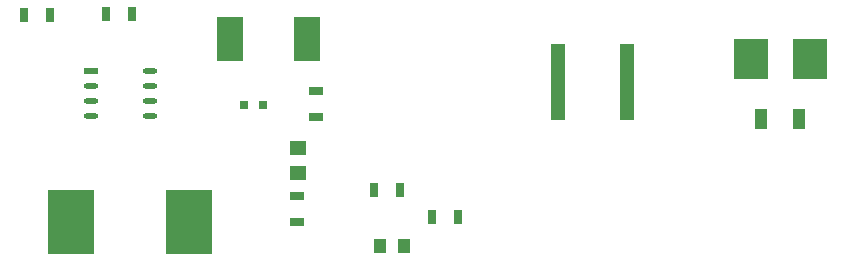
<source format=gtp>
G04*
G04 #@! TF.GenerationSoftware,Altium Limited,Altium Designer,21.6.1 (37)*
G04*
G04 Layer_Color=8421504*
%FSLAX23Y23*%
%MOIN*%
G70*
G04*
G04 #@! TF.SameCoordinates,0FF5D6F2-8617-485F-BAA8-9F26F2E2BD2E*
G04*
G04*
G04 #@! TF.FilePolarity,Positive*
G04*
G01*
G75*
%ADD17R,0.118X0.138*%
%ADD18R,0.152X0.217*%
%ADD19R,0.089X0.149*%
%ADD20R,0.050X0.256*%
%ADD21R,0.047X0.020*%
%ADD22O,0.047X0.020*%
%ADD23R,0.028X0.051*%
%ADD24R,0.051X0.028*%
%ADD25R,0.039X0.067*%
%ADD26R,0.031X0.028*%
%ADD27R,0.053X0.047*%
%ADD28R,0.039X0.047*%
D17*
X2760Y811D02*
D03*
X2563D02*
D03*
D18*
X690Y267D02*
D03*
X298D02*
D03*
D19*
X1085Y878D02*
D03*
X829D02*
D03*
D20*
X2150Y736D02*
D03*
X1920D02*
D03*
D21*
X364Y771D02*
D03*
D22*
Y721D02*
D03*
Y671D02*
D03*
Y621D02*
D03*
X561Y771D02*
D03*
Y721D02*
D03*
Y671D02*
D03*
Y621D02*
D03*
D23*
X500Y961D02*
D03*
X413D02*
D03*
X142Y957D02*
D03*
X228D02*
D03*
X1587Y283D02*
D03*
X1500D02*
D03*
X1307Y374D02*
D03*
X1394D02*
D03*
D24*
X1114Y618D02*
D03*
Y705D02*
D03*
X1051Y354D02*
D03*
Y268D02*
D03*
D25*
X2724Y610D02*
D03*
X2598D02*
D03*
D26*
X874Y657D02*
D03*
X937D02*
D03*
D27*
X1055Y431D02*
D03*
Y514D02*
D03*
D28*
X1327Y189D02*
D03*
X1406D02*
D03*
M02*

</source>
